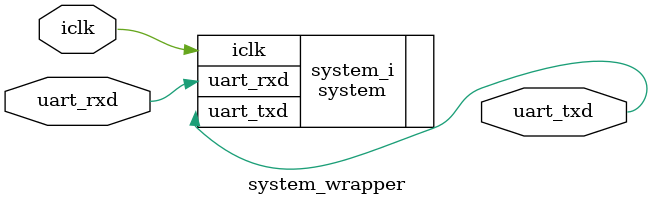
<source format=v>
`timescale 1 ps / 1 ps

module system_wrapper
   (iclk,
    uart_rxd,
    uart_txd);
  input iclk;
  input uart_rxd;
  output uart_txd;

  wire iclk;
  wire uart_rxd;
  wire uart_txd;

  system system_i
       (.iclk(iclk),
        .uart_rxd(uart_rxd),
        .uart_txd(uart_txd));
endmodule

</source>
